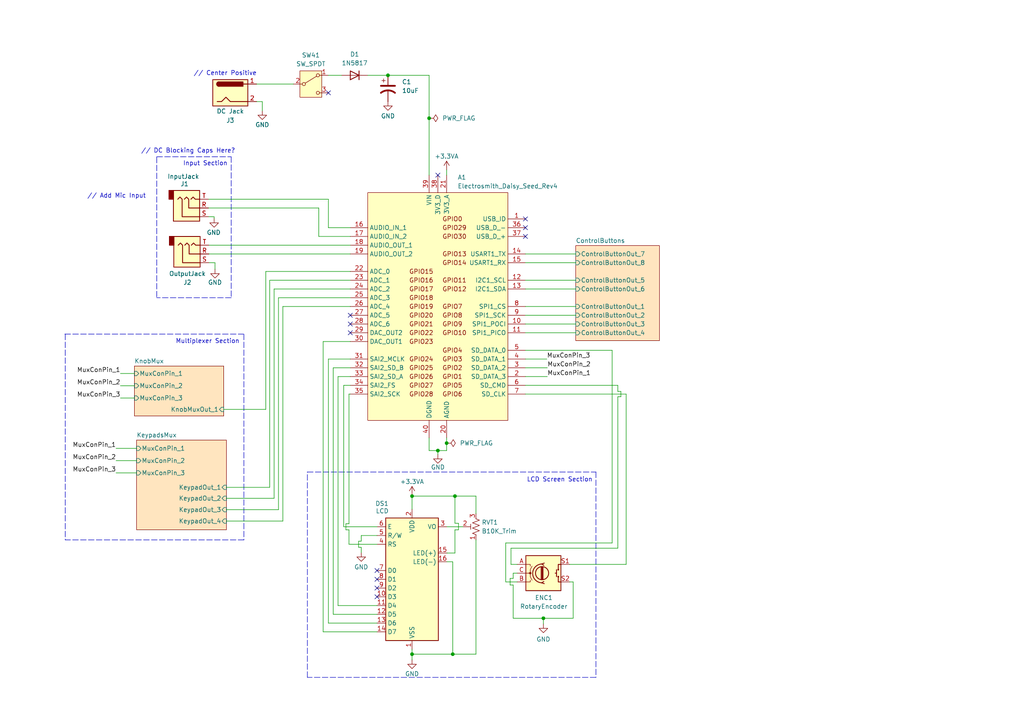
<source format=kicad_sch>
(kicad_sch (version 20230121) (generator eeschema)
  (paper "A4")
  (title_block (title "Sardinia") (date "2024-09-03") (company "Feni Design | Dominic Frugoli"))
  (lib_symbols
    (symbol "Connector:Barrel_Jack" (pin_names (offset 1.016))
      (property "Reference" "J" (at 0 5.334 0))
      (property "Value" "Barrel_Jack" (at 0 -5.08 0))
      (symbol "Barrel_Jack_0_1"
        (rectangle (start -5.08 3.81) (end 5.08 -3.81) (stroke (width 0.254)) (fill (type background)))
        (arc (start -3.302 3.175) (mid -3.9343 2.54) (end -3.302 1.905) (stroke (width 0.254)))
        (arc (start -3.302 3.175) (mid -3.9343 2.54) (end -3.302 1.905) (stroke (width 0.254)) (fill (type outline)))
        (polyline (pts (xy 5.08 2.54) (xy 3.81 2.54)) (stroke (width 0.254)))
        (polyline (pts (xy -3.81 -2.54) (xy -2.54 -2.54) (xy -1.27 -1.27) (xy 0 -2.54) (xy 2.54 -2.54) (xy 5.08 -2.54)) (stroke (width 0.254)))
        (rectangle (start 3.683 3.175) (end -3.302 1.905) (stroke (width 0.254)) (fill (type outline)))
      )
      (symbol "Barrel_Jack_1_1"
        (pin passive line (at 7.62 2.54 180) (length 2.54) (name "~") (number "1"))
        (pin passive line (at 7.62 -2.54 180) (length 2.54) (name "~") (number "2"))
      )
    )
    (symbol "Connector_Audio:AudioJack3"
      (property "Reference" "J" (at 0 8.89 0))
      (property "Value" "AudioJack3" (at 0 6.35 0))
      (symbol "AudioJack3_0_1"
        (rectangle (start -5.08 -5.08) (end -6.35 -2.54) (stroke (width 0.254)) (fill (type outline)))
        (polyline (pts (xy 0 -2.54) (xy 0.635 -3.175) (xy 1.27 -2.54) (xy 2.54 -2.54)) (stroke (width 0.254)))
        (polyline (pts (xy -1.905 -2.54) (xy -1.27 -3.175) (xy -0.635 -2.54) (xy -0.635 0) (xy 2.54 0)) (stroke (width 0.254)))
        (polyline (pts (xy 2.54 2.54) (xy -2.54 2.54) (xy -2.54 -2.54) (xy -3.175 -3.175) (xy -3.81 -2.54)) (stroke (width 0.254)))
        (rectangle (start 2.54 3.81) (end -5.08 -5.08) (stroke (width 0.254)) (fill (type background)))
      )
      (symbol "AudioJack3_1_1"
        (pin passive line (at 5.08 0 180) (length 2.54) (name "~") (number "R"))
        (pin passive line (at 5.08 2.54 180) (length 2.54) (name "~") (number "S"))
        (pin passive line (at 5.08 -2.54 180) (length 2.54) (name "~") (number "T"))
      )
    )
    (symbol "Device:C_Polarized_US" (pin_numbers hide) (pin_names (offset 0.254) hide)
      (property "Reference" "C" (at 0.635 2.54 0))
      (property "Value" "C_Polarized_US" (at 0.635 -2.54 0))
      (symbol "C_Polarized_US_0_1"
        (polyline (pts (xy -2.032 0.762) (xy 2.032 0.762)) (stroke (width 0.508)))
        (polyline (pts (xy -1.778 2.286) (xy -0.762 2.286)))
        (polyline (pts (xy -1.27 1.778) (xy -1.27 2.794)))
        (arc (start 2.032 -1.27) (mid 0 -0.5572) (end -2.032 -1.27) (stroke (width 0.508)))
      )
      (symbol "C_Polarized_US_1_1"
        (pin passive line (at 0 3.81 270) (length 2.794) (name "~") (number "1"))
        (pin passive line (at 0 -3.81 90) (length 3.302) (name "~") (number "2"))
      )
    )
    (symbol "Device:D" (pin_numbers hide) (pin_names (offset 1.016) hide)
      (property "Reference" "D" (at 0 2.54 0))
      (property "Value" "D" (at 0 -2.54 0))
      (symbol "D_0_1"
        (polyline (pts (xy -1.27 1.27) (xy -1.27 -1.27)) (stroke (width 0.254)))
        (polyline (pts (xy 1.27 0) (xy -1.27 0)))
        (polyline (pts (xy 1.27 1.27) (xy 1.27 -1.27) (xy -1.27 0) (xy 1.27 1.27)) (stroke (width 0.254)))
      )
      (symbol "D_1_1"
        (pin passive line (at -3.81 0 0) (length 2.54) (name "K") (number "1"))
        (pin passive line (at 3.81 0 180) (length 2.54) (name "A") (number "2"))
      )
    )
    (symbol "Device:R_Potentiometer_Trim_US" (pin_names (offset 1.016) hide)
      (property "Reference" "RV" (at -4.445 0 90))
      (property "Value" "R_Potentiometer_Trim_US" (at -2.54 0 90))
      (symbol "R_Potentiometer_Trim_US_0_1"
        (polyline (pts (xy 0 -2.286) (xy 0 -2.54)))
        (polyline (pts (xy 0 2.286) (xy 0 2.54)))
        (polyline (pts (xy 1.524 0.762) (xy 1.524 -0.762)))
        (polyline (pts (xy 2.54 0) (xy 1.524 0)))
        (polyline (pts (xy 0 -0.762) (xy 1.016 -1.143) (xy 0 -1.524) (xy -1.016 -1.905) (xy 0 -2.286)))
        (polyline (pts (xy 0 0.762) (xy 1.016 0.381) (xy 0 0) (xy -1.016 -0.381) (xy 0 -0.762)))
        (polyline (pts (xy 0 2.286) (xy 1.016 1.905) (xy 0 1.524) (xy -1.016 1.143) (xy 0 0.762)))
      )
      (symbol "R_Potentiometer_Trim_US_1_1"
        (pin passive line (at 0 3.81 270) (length 1.27) (name "1") (number "1"))
        (pin passive line (at 3.81 0 180) (length 1.27) (name "2") (number "2"))
        (pin passive line (at 0 -3.81 90) (length 1.27) (name "3") (number "3"))
      )
    )
    (symbol "Device:RotaryEncoder_Switch" (pin_names (offset 0.254) hide)
      (property "Reference" "SW" (at 0 6.604 0))
      (property "Value" "RotaryEncoder_Switch" (at 0 -6.604 0))
      (symbol "RotaryEncoder_Switch_0_1"
        (rectangle (start -5.08 5.08) (end 5.08 -5.08) (stroke (width 0.254)) (fill (type background)))
        (circle (center -3.81 0) (radius 0.254) (fill (type outline)))
        (circle (center -0.381 0) (radius 1.905) (stroke (width 0.254)))
        (arc (start -0.381 2.667) (mid -3.0988 -0.0635) (end -0.381 -2.794) (stroke (width 0.254)))
        (polyline (pts (xy -0.635 -1.778) (xy -0.635 1.778)) (stroke (width 0.254)))
        (polyline (pts (xy -0.381 -1.778) (xy -0.381 1.778)) (stroke (width 0.254)))
        (polyline (pts (xy -0.127 1.778) (xy -0.127 -1.778)) (stroke (width 0.254)))
        (polyline (pts (xy 3.81 0) (xy 3.429 0)) (stroke (width 0.254)))
        (polyline (pts (xy 3.81 1.016) (xy 3.81 -1.016)) (stroke (width 0.254)))
        (polyline (pts (xy -5.08 -2.54) (xy -3.81 -2.54) (xy -3.81 -2.032)))
        (polyline (pts (xy -5.08 2.54) (xy -3.81 2.54) (xy -3.81 2.032)))
        (polyline (pts (xy 0.254 -3.048) (xy -0.508 -2.794) (xy 0.127 -2.413)) (stroke (width 0.254)))
        (polyline (pts (xy 0.254 2.921) (xy -0.508 2.667) (xy 0.127 2.286)) (stroke (width 0.254)))
        (polyline (pts (xy 5.08 -2.54) (xy 4.318 -2.54) (xy 4.318 -1.016)) (stroke (width 0.254)))
        (polyline (pts (xy 5.08 2.54) (xy 4.318 2.54) (xy 4.318 1.016)) (stroke (width 0.254)))
        (polyline (pts (xy -5.08 0) (xy -3.81 0) (xy -3.81 -1.016) (xy -3.302 -2.032)))
        (polyline (pts (xy -4.318 0) (xy -3.81 0) (xy -3.81 1.016) (xy -3.302 2.032)))
        (circle (center 4.318 -1.016) (radius 0.127) (stroke (width 0.254)))
        (circle (center 4.318 1.016) (radius 0.127) (stroke (width 0.254)))
      )
      (symbol "RotaryEncoder_Switch_1_1"
        (pin passive line (at -7.62 2.54 0) (length 2.54) (name "A") (number "A"))
        (pin passive line (at -7.62 -2.54 0) (length 2.54) (name "B") (number "B"))
        (pin passive line (at -7.62 0 0) (length 2.54) (name "C") (number "C"))
        (pin passive line (at 7.62 2.54 180) (length 2.54) (name "S1") (number "S1"))
        (pin passive line (at 7.62 -2.54 180) (length 2.54) (name "S2") (number "S2"))
      )
    )
    (symbol "Display_Character:WC1602A"
      (property "Reference" "DS" (at -5.842 19.05 0))
      (property "Value" "WC1602A" (at 5.334 19.05 0))
      (symbol "WC1602A_1_1"
        (rectangle (start -7.62 17.78) (end 7.62 -17.78) (stroke (width 0.254)) (fill (type background)))
        (pin power_in line (at 0 -20.32 90) (length 2.54) (name "VSS") (number "1"))
        (pin input line (at -10.16 -5.08 0) (length 2.54) (name "D3") (number "10"))
        (pin input line (at -10.16 -7.62 0) (length 2.54) (name "D4") (number "11"))
        (pin input line (at -10.16 -10.16 0) (length 2.54) (name "D5") (number "12"))
        (pin input line (at -10.16 -12.7 0) (length 2.54) (name "D6") (number "13"))
        (pin input line (at -10.16 -15.24 0) (length 2.54) (name "D7") (number "14"))
        (pin power_in line (at 10.16 7.62 180) (length 2.54) (name "LED(+)") (number "15"))
        (pin power_in line (at 10.16 5.08 180) (length 2.54) (name "LED(-)") (number "16"))
        (pin power_in line (at 0 20.32 270) (length 2.54) (name "VDD") (number "2"))
        (pin input line (at 10.16 15.24 180) (length 2.54) (name "VO") (number "3"))
        (pin input line (at -10.16 10.16 0) (length 2.54) (name "RS") (number "4"))
        (pin input line (at -10.16 12.7 0) (length 2.54) (name "R/W") (number "5"))
        (pin input line (at -10.16 15.24 0) (length 2.54) (name "E") (number "6"))
        (pin input line (at -10.16 2.54 0) (length 2.54) (name "D0") (number "7"))
        (pin input line (at -10.16 0 0) (length 2.54) (name "D1") (number "8"))
        (pin input line (at -10.16 -2.54 0) (length 2.54) (name "D2") (number "9"))
      )
    )
    (symbol "MCU_Module:Electrosmith_Daisy_Seed_Rev4"
      (property "Reference" "A" (at -20.32 34.29 0))
      (property "Value" "Electrosmith_Daisy_Seed_Rev4" (at 33.02 34.29 0))
      (symbol "Electrosmith_Daisy_Seed_Rev4_0_0"
        (text "GPIO0" (at 1.27 25.4 0) (effects (font (size 1.27 1.27)) (justify left)))
        (text "GPIO1" (at 1.27 -20.32 0) (effects (font (size 1.27 1.27)) (justify left)))
        (text "GPIO10" (at 1.27 -7.62 0) (effects (font (size 1.27 1.27)) (justify left)))
        (text "GPIO11" (at 1.27 7.62 0) (effects (font (size 1.27 1.27)) (justify left)))
        (text "GPIO12" (at 1.27 5.08 0) (effects (font (size 1.27 1.27)) (justify left)))
        (text "GPIO13" (at 1.27 15.24 0) (effects (font (size 1.27 1.27)) (justify left)))
        (text "GPIO14" (at 1.27 12.7 0) (effects (font (size 1.27 1.27)) (justify left)))
        (text "GPIO15" (at -1.27 10.16 0) (effects (font (size 1.27 1.27)) (justify right)))
        (text "GPIO16" (at -1.27 7.62 0) (effects (font (size 1.27 1.27)) (justify right)))
        (text "GPIO17" (at -1.27 5.08 0) (effects (font (size 1.27 1.27)) (justify right)))
        (text "GPIO18" (at -1.27 2.54 0) (effects (font (size 1.27 1.27)) (justify right)))
        (text "GPIO19" (at -1.27 0 0) (effects (font (size 1.27 1.27)) (justify right)))
        (text "GPIO2" (at 1.27 -17.78 0) (effects (font (size 1.27 1.27)) (justify left)))
        (text "GPIO20" (at -1.27 -2.54 0) (effects (font (size 1.27 1.27)) (justify right)))
        (text "GPIO21" (at -1.27 -5.08 0) (effects (font (size 1.27 1.27)) (justify right)))
        (text "GPIO22" (at -1.27 -7.62 0) (effects (font (size 1.27 1.27)) (justify right)))
        (text "GPIO23" (at -1.27 -10.16 0) (effects (font (size 1.27 1.27)) (justify right)))
        (text "GPIO24" (at -1.27 -15.24 0) (effects (font (size 1.27 1.27)) (justify right)))
        (text "GPIO25" (at -1.27 -17.78 0) (effects (font (size 1.27 1.27)) (justify right)))
        (text "GPIO26" (at -1.27 -20.32 0) (effects (font (size 1.27 1.27)) (justify right)))
        (text "GPIO27" (at -1.27 -22.86 0) (effects (font (size 1.27 1.27)) (justify right)))
        (text "GPIO28" (at -1.27 -25.4 0) (effects (font (size 1.27 1.27)) (justify right)))
        (text "GPIO29" (at 1.27 22.86 0) (effects (font (size 1.27 1.27)) (justify left)))
        (text "GPIO3" (at 1.27 -15.24 0) (effects (font (size 1.27 1.27)) (justify left)))
        (text "GPIO30" (at 1.27 20.32 0) (effects (font (size 1.27 1.27)) (justify left)))
        (text "GPIO4" (at 1.27 -12.7 0) (effects (font (size 1.27 1.27)) (justify left)))
        (text "GPIO5" (at 1.27 -22.86 0) (effects (font (size 1.27 1.27)) (justify left)))
        (text "GPIO6" (at 1.27 -25.4 0) (effects (font (size 1.27 1.27)) (justify left)))
        (text "GPIO7" (at 1.27 0 0) (effects (font (size 1.27 1.27)) (justify left)))
        (text "GPIO8" (at 1.27 -2.54 0) (effects (font (size 1.27 1.27)) (justify left)))
        (text "GPIO9" (at 1.27 -5.08 0) (effects (font (size 1.27 1.27)) (justify left)))
        (pin bidirectional line (at 25.4 25.4 180) (length 5.08) (name "USB_ID") (number "1"))
        (pin bidirectional line (at 25.4 -5.08 180) (length 5.08) (name "SPI1_POCI") (number "10"))
        (pin bidirectional line (at 25.4 -7.62 180) (length 5.08) (name "SPI1_PICO") (number "11"))
        (pin bidirectional line (at 25.4 7.62 180) (length 5.08) (name "I2C1_SCL") (number "12"))
        (pin bidirectional line (at 25.4 5.08 180) (length 5.08) (name "I2C1_SDA") (number "13"))
        (pin bidirectional line (at 25.4 15.24 180) (length 5.08) (name "USART1_TX") (number "14"))
        (pin bidirectional line (at 25.4 12.7 180) (length 5.08) (name "USART1_RX") (number "15"))
        (pin input line (at -25.4 22.86 0) (length 5.08) (name "AUDIO_IN_1") (number "16"))
        (pin input line (at -25.4 20.32 0) (length 5.08) (name "AUDIO_IN_2") (number "17"))
        (pin output line (at -25.4 17.78 0) (length 5.08) (name "AUDIO_OUT_1") (number "18"))
        (pin output line (at -25.4 15.24 0) (length 5.08) (name "AUDIO_OUT_2") (number "19"))
        (pin bidirectional line (at 25.4 -20.32 180) (length 5.08) (name "SD_DATA_3") (number "2"))
        (pin power_in line (at 2.54 -38.1 90) (length 5.08) (name "AGND") (number "20"))
        (pin power_out line (at 2.54 38.1 270) (length 5.08) (name "3V3_A") (number "21"))
        (pin bidirectional line (at -25.4 10.16 0) (length 5.08) (name "ADC_0") (number "22"))
        (pin bidirectional line (at -25.4 7.62 0) (length 5.08) (name "ADC_1") (number "23"))
        (pin bidirectional line (at -25.4 5.08 0) (length 5.08) (name "ADC_2") (number "24"))
        (pin bidirectional line (at -25.4 2.54 0) (length 5.08) (name "ADC_3") (number "25"))
        (pin bidirectional line (at -25.4 0 0) (length 5.08) (name "ADC_4") (number "26"))
        (pin bidirectional line (at -25.4 -2.54 0) (length 5.08) (name "ADC_5") (number "27"))
        (pin bidirectional line (at -25.4 -5.08 0) (length 5.08) (name "ADC_6") (number "28"))
        (pin bidirectional line (at -25.4 -7.62 0) (length 5.08) (name "DAC_OUT2") (number "29"))
        (pin bidirectional line (at 25.4 -17.78 180) (length 5.08) (name "SD_DATA_2") (number "3"))
        (pin bidirectional line (at -25.4 -10.16 0) (length 5.08) (name "DAC_OUT1") (number "30"))
        (pin bidirectional line (at -25.4 -15.24 0) (length 5.08) (name "SAI2_MCLK") (number "31"))
        (pin bidirectional line (at -25.4 -17.78 0) (length 5.08) (name "SAI2_SD_B") (number "32"))
        (pin bidirectional line (at -25.4 -20.32 0) (length 5.08) (name "SAI2_SD_A") (number "33"))
        (pin bidirectional line (at -25.4 -22.86 0) (length 5.08) (name "SAI2_FS") (number "34"))
        (pin bidirectional line (at -25.4 -25.4 0) (length 5.08) (name "SAI2_SCK") (number "35"))
        (pin bidirectional line (at 25.4 22.86 180) (length 5.08) (name "USB_D_-") (number "36"))
        (pin bidirectional line (at 25.4 20.32 180) (length 5.08) (name "USB_D_+") (number "37"))
        (pin power_out line (at 0 38.1 270) (length 5.08) (name "3V3_D") (number "38"))
        (pin power_in line (at -2.54 38.1 270) (length 5.08) (name "VIN") (number "39"))
        (pin bidirectional line (at 25.4 -15.24 180) (length 5.08) (name "SD_DATA_1") (number "4"))
        (pin power_in line (at -2.54 -38.1 90) (length 5.08) (name "DGND") (number "40"))
        (pin bidirectional line (at 25.4 -12.7 180) (length 5.08) (name "SD_DATA_0") (number "5"))
        (pin bidirectional line (at 25.4 -22.86 180) (length 5.08) (name "SD_CMD") (number "6"))
        (pin bidirectional line (at 25.4 -25.4 180) (length 5.08) (name "SD_CLK") (number "7"))
        (pin bidirectional line (at 25.4 0 180) (length 5.08) (name "SPI1_CS") (number "8"))
        (pin bidirectional line (at 25.4 -2.54 180) (length 5.08) (name "SPI1_SCK") (number "9"))
      )
      (symbol "Electrosmith_Daisy_Seed_Rev4_0_1"
        (rectangle (start -20.32 33.02) (end 20.32 -33.02) (fill (type background)))
      )
    )
    (symbol "Switch:SW_SPDT" (pin_names (offset 0) hide)
      (property "Reference" "SW" (at 0 5.08 0))
      (property "Value" "SW_SPDT" (at 0 -5.08 0))
      (symbol "SW_SPDT_0_1"
        (circle (center -2.032 0) (radius 0.4572))
        (polyline (pts (xy -1.651 0.254) (xy 1.651 2.286)))
        (circle (center 2.032 -2.54) (radius 0.4572))
        (circle (center 2.032 2.54) (radius 0.4572))
      )
      (symbol "SW_SPDT_1_1"
        (rectangle (start -3.175 3.81) (end 3.175 -3.81) (fill (type background)))
        (pin passive line (at 5.08 2.54 180) (length 2.54) (name "A") (number "1"))
        (pin passive line (at -5.08 0 0) (length 2.54) (name "B") (number "2"))
        (pin passive line (at 5.08 -2.54 180) (length 2.54) (name "C") (number "3"))
      )
    )
    (symbol "power:+3.3VA" (power) (pin_names (offset 0))
      (property "Value" "+3.3VA" (at 0 3.556 0))
      (symbol "+3.3VA_0_1"
        (polyline (pts (xy -0.762 1.27) (xy 0 2.54)))
        (polyline (pts (xy 0 0) (xy 0 2.54)))
        (polyline (pts (xy 0 2.54) (xy 0.762 1.27)))
      )
      (symbol "+3.3VA_1_1"
        (pin power_in line (at 0 0 90) (length 0) hide (name "+3.3VA") (number "1"))
      )
    )
    (symbol "power:GND" (power) (pin_names (offset 0))
      (property "Value" "GND" (at 0 -3.81 0))
      (symbol "GND_0_1"
        (polyline (pts (xy 0 0) (xy 0 -1.27) (xy 1.27 -1.27) (xy 0 -2.54) (xy -1.27 -1.27) (xy 0 -1.27)))
      )
      (symbol "GND_1_1"
        (pin power_in line (at 0 0 270) (length 0) hide (name "GND") (number "1"))
      )
    )
    (symbol "power:PWR_FLAG" (power) (pin_numbers hide) (pin_names (offset 0) hide)
      (property "Value" "PWR_FLAG" (at 0 3.81 0))
      (symbol "PWR_FLAG_0_0"
        (pin power_out line (at 0 0 90) (length 0) (name "pwr") (number "1"))
      )
      (symbol "PWR_FLAG_0_1"
        (polyline (pts (xy 0 0) (xy 0 1.27) (xy -1.016 1.905) (xy 0 2.54) (xy 1.016 1.905) (xy 0 1.27)))
      )
    )
  )
  (junction (at 119.507 143.891))
  (junction (at 124.46 34.29))
  (junction (at 119.507 189.738))
  (junction (at 129.54 128.524))
  (junction (at 131.953 143.891))
  (junction (at 131.318 189.738))
  (junction (at 112.522 21.844))
  (junction (at 157.607 179.324))
  (junction (at 127 130.683))
  (no_connect (at 95.25 26.924))
  (no_connect (at 109.347 168.021))
  (no_connect (at 101.6 91.44))
  (no_connect (at 152.4 68.58))
  (no_connect (at 109.347 170.561))
  (no_connect (at 152.4 66.04))
  (no_connect (at 101.6 96.52))
  (no_connect (at 109.347 165.481))
  (no_connect (at 127 50.8))
  (no_connect (at 152.4 63.5))
  (no_connect (at 101.6 93.98))
  (no_connect (at 109.347 173.101))
  (wire (pts (xy 138.049 189.738) (xy 131.318 189.738)))
  (wire (pts (xy 109.347 178.181) (xy 96.647 178.181)))
  (wire (pts (xy 100.33 151.892) (xy 101.219 151.892)))
  (wire (pts (xy 119.507 143.891) (xy 131.953 143.891)))
  (polyline (pts (xy 45.466 45.466) (xy 67.056 45.466)) (stroke (width 0) (type dash)))
  (wire (pts (xy 76.073 29.464) (xy 74.422 29.464)))
  (wire (pts (xy 132.969 151.765) (xy 131.953 151.765)))
  (wire (pts (xy 124.46 127) (xy 124.46 130.683)))
  (wire (pts (xy 177.546 101.6) (xy 152.4 101.6)))
  (wire (pts (xy 124.46 130.683) (xy 127 130.683)))
  (wire (pts (xy 129.667 160.401) (xy 131.953 160.401)))
  (wire (pts (xy 34.925 115.443) (xy 38.989 115.443)))
  (wire (pts (xy 104.775 156.972) (xy 104.013 156.972)))
  (wire (pts (xy 104.013 158.75) (xy 104.775 158.75)))
  (wire (pts (xy 77.089 78.74) (xy 77.089 118.745)))
  (wire (pts (xy 82.042 88.9) (xy 82.042 151.13)))
  (wire (pts (xy 82.042 88.9) (xy 101.6 88.9)))
  (wire (pts (xy 65.659 147.828) (xy 80.772 147.828)))
  (wire (pts (xy 101.219 157.861) (xy 101.219 153.67)))
  (wire (pts (xy 179.197 113.538) (xy 180.086 113.538)))
  (polyline (pts (xy 89.154 136.906) (xy 172.847 136.906)) (stroke (width 0) (type dash)))
  (wire (pts (xy 152.4 83.82) (xy 167.005 83.82)))
  (wire (pts (xy 129.667 152.781) (xy 134.239 152.781)))
  (wire (pts (xy 152.4 106.68) (xy 158.75 106.68)))
  (wire (pts (xy 152.4 88.9) (xy 167.005 88.9)))
  (wire (pts (xy 181.61 163.703) (xy 181.61 114.3)))
  (wire (pts (xy 60.452 62.865) (xy 62.103 62.865)))
  (wire (pts (xy 65.659 141.351) (xy 78.232 141.351)))
  (polyline (pts (xy 172.847 196.469) (xy 89.154 196.469)) (stroke (width 0) (type dash)))
  (wire (pts (xy 92.456 60.325) (xy 60.452 60.325)))
  (wire (pts (xy 152.4 109.22) (xy 158.75 109.22)))
  (wire (pts (xy 148.844 167.767) (xy 147.955 167.767)))
  (wire (pts (xy 129.54 49.276) (xy 129.54 50.8)))
  (wire (pts (xy 101.219 151.892) (xy 101.219 114.3)))
  (wire (pts (xy 79.502 83.82) (xy 79.502 144.526)))
  (wire (pts (xy 101.6 71.12) (xy 60.579 71.12)))
  (wire (pts (xy 179.197 115.062) (xy 180.086 115.062)))
  (wire (pts (xy 152.4 96.52) (xy 167.005 96.52)))
  (polyline (pts (xy 70.739 96.901) (xy 70.739 156.591)) (stroke (width 0) (type dash)))
  (wire (pts (xy 98.044 109.22) (xy 101.6 109.22)))
  (wire (pts (xy 180.086 113.538) (xy 180.086 115.062)))
  (wire (pts (xy 152.4 76.2) (xy 167.005 76.2)))
  (wire (pts (xy 147.955 167.767) (xy 147.955 169.672)))
  (wire (pts (xy 92.456 68.58) (xy 92.456 60.325)))
  (wire (pts (xy 149.987 166.243) (xy 148.844 166.243)))
  (wire (pts (xy 98.044 175.641) (xy 98.044 109.22)))
  (wire (pts (xy 147.955 169.672) (xy 148.844 169.672)))
  (wire (pts (xy 101.6 68.58) (xy 92.456 68.58)))
  (wire (pts (xy 101.6 66.04) (xy 95.25 66.04)))
  (wire (pts (xy 99.695 152.781) (xy 99.695 111.76)))
  (polyline (pts (xy 70.739 156.591) (xy 18.923 156.591)) (stroke (width 0) (type dash)))
  (wire (pts (xy 96.647 106.68) (xy 101.6 106.68)))
  (wire (pts (xy 131.953 143.891) (xy 131.953 151.765)))
  (wire (pts (xy 148.844 169.672) (xy 148.844 179.324)))
  (wire (pts (xy 101.219 153.67) (xy 100.33 153.67)))
  (wire (pts (xy 152.4 104.14) (xy 158.623 104.14)))
  (wire (pts (xy 152.4 111.76) (xy 179.197 111.76)))
  (wire (pts (xy 129.54 128.524) (xy 129.54 130.683)))
  (wire (pts (xy 127 131.826) (xy 127 130.683)))
  (wire (pts (xy 78.232 81.28) (xy 101.6 81.28)))
  (wire (pts (xy 33.655 130.048) (xy 39.624 130.048)))
  (polyline (pts (xy 89.154 196.469) (xy 89.154 136.906)) (stroke (width 0) (type dash)))
  (wire (pts (xy 165.227 163.703) (xy 181.61 163.703)))
  (wire (pts (xy 109.347 183.261) (xy 93.726 183.261)))
  (wire (pts (xy 148.844 179.324) (xy 157.607 179.324)))
  (wire (pts (xy 95.25 104.14) (xy 101.6 104.14)))
  (wire (pts (xy 109.347 175.641) (xy 98.044 175.641)))
  (wire (pts (xy 64.897 118.745) (xy 77.089 118.745)))
  (wire (pts (xy 109.347 152.781) (xy 99.695 152.781)))
  (wire (pts (xy 132.969 153.67) (xy 132.969 151.765)))
  (wire (pts (xy 34.925 111.887) (xy 38.989 111.887)))
  (wire (pts (xy 166.243 179.324) (xy 166.243 168.783)))
  (polyline (pts (xy 18.796 96.901) (xy 70.612 96.901)) (stroke (width 0) (type dash)))
  (wire (pts (xy 131.318 189.738) (xy 119.507 189.738)))
  (wire (pts (xy 152.4 114.3) (xy 181.61 114.3)))
  (polyline (pts (xy 67.056 86.36) (xy 45.466 86.36)) (stroke (width 0) (type dash)))
  (polyline (pts (xy 67.056 45.466) (xy 67.056 86.36)) (stroke (width 0) (type dash)))
  (wire (pts (xy 152.4 81.28) (xy 167.005 81.28)))
  (wire (pts (xy 39.624 133.604) (xy 33.655 133.604)))
  (wire (pts (xy 119.507 143.891) (xy 119.507 147.701)))
  (wire (pts (xy 138.049 156.591) (xy 138.049 189.738)))
  (wire (pts (xy 148.209 163.703) (xy 148.209 159.004)))
  (wire (pts (xy 78.232 81.28) (xy 78.232 141.351)))
  (wire (pts (xy 148.209 159.004) (xy 179.197 159.004)))
  (wire (pts (xy 131.953 143.891) (xy 138.049 143.891)))
  (wire (pts (xy 34.925 108.331) (xy 38.989 108.331)))
  (wire (pts (xy 95.25 21.844) (xy 99.06 21.844)))
  (wire (pts (xy 39.624 137.16) (xy 33.655 137.16)))
  (wire (pts (xy 104.775 158.75) (xy 104.775 160.274)))
  (wire (pts (xy 65.659 151.13) (xy 82.042 151.13)))
  (wire (pts (xy 138.049 148.971) (xy 138.049 143.891)))
  (wire (pts (xy 101.219 114.3) (xy 101.6 114.3)))
  (wire (pts (xy 179.197 159.004) (xy 179.197 115.062)))
  (wire (pts (xy 124.46 21.844) (xy 124.46 34.29)))
  (wire (pts (xy 99.695 111.76) (xy 101.6 111.76)))
  (wire (pts (xy 60.579 73.66) (xy 101.6 73.66)))
  (wire (pts (xy 85.09 24.384) (xy 74.422 24.384)))
  (wire (pts (xy 100.33 153.67) (xy 100.33 151.892)))
  (wire (pts (xy 146.685 157.48) (xy 177.546 157.48)))
  (wire (pts (xy 131.953 160.401) (xy 131.953 153.67)))
  (wire (pts (xy 179.197 113.538) (xy 179.197 111.76)))
  (wire (pts (xy 76.073 29.464) (xy 76.073 32.131)))
  (wire (pts (xy 79.502 83.82) (xy 101.6 83.82)))
  (wire (pts (xy 152.4 93.98) (xy 167.005 93.98)))
  (wire (pts (xy 104.775 155.321) (xy 104.775 156.972)))
  (wire (pts (xy 93.726 183.261) (xy 93.726 99.06)))
  (wire (pts (xy 101.219 157.861) (xy 109.347 157.861)))
  (wire (pts (xy 95.25 66.04) (xy 95.25 57.785)))
  (polyline (pts (xy 45.466 45.466) (xy 45.466 45.593)))
  (wire (pts (xy 148.844 166.243) (xy 148.844 167.767)))
  (wire (pts (xy 129.667 162.941) (xy 131.318 162.941)))
  (wire (pts (xy 119.507 143.637) (xy 119.507 143.891)))
  (wire (pts (xy 106.68 21.844) (xy 112.522 21.844)))
  (wire (pts (xy 119.507 191.389) (xy 119.507 189.738)))
  (wire (pts (xy 104.013 156.972) (xy 104.013 158.75)))
  (wire (pts (xy 131.953 153.67) (xy 132.969 153.67)))
  (wire (pts (xy 146.685 168.783) (xy 146.685 157.48)))
  (wire (pts (xy 62.103 62.865) (xy 62.103 63.373)))
  (wire (pts (xy 152.4 73.66) (xy 167.005 73.66)))
  (wire (pts (xy 165.227 168.783) (xy 166.243 168.783)))
  (wire (pts (xy 60.579 76.2) (xy 62.357 76.2)))
  (wire (pts (xy 112.522 21.844) (xy 124.46 21.844)))
  (wire (pts (xy 157.607 179.324) (xy 157.607 180.975)))
  (wire (pts (xy 95.25 180.721) (xy 95.25 104.14)))
  (wire (pts (xy 77.089 78.74) (xy 101.6 78.74)))
  (wire (pts (xy 109.347 155.321) (xy 104.775 155.321)))
  (wire (pts (xy 80.772 86.36) (xy 80.772 147.828)))
  (wire (pts (xy 127 130.683) (xy 129.54 130.683)))
  (wire (pts (xy 149.987 168.783) (xy 146.685 168.783)))
  (wire (pts (xy 149.987 163.703) (xy 148.209 163.703)))
  (wire (pts (xy 93.726 99.06) (xy 101.6 99.06)))
  (wire (pts (xy 65.659 144.526) (xy 79.502 144.526)))
  (polyline (pts (xy 18.923 96.901) (xy 18.923 156.591)) (stroke (width 0) (type dash)))
  (wire (pts (xy 109.347 180.721) (xy 95.25 180.721)))
  (wire (pts (xy 62.357 76.2) (xy 62.357 78.105)))
  (wire (pts (xy 129.54 127) (xy 129.54 128.524)))
  (wire (pts (xy 95.25 57.785) (xy 60.452 57.785)))
  (wire (pts (xy 119.507 189.738) (xy 119.507 188.341)))
  (wire (pts (xy 177.546 157.48) (xy 177.546 101.6)))
  (wire (pts (xy 157.607 179.324) (xy 166.243 179.324)))
  (polyline (pts (xy 172.847 136.906) (xy 172.847 196.469)) (stroke (width 0) (type dash)))
  (wire (pts (xy 152.4 91.44) (xy 167.005 91.44)))
  (wire (pts (xy 131.318 162.941) (xy 131.318 189.738)))
  (wire (pts (xy 96.647 178.181) (xy 96.647 106.68)))
  (wire (pts (xy 80.772 86.36) (xy 101.6 86.36)))
  (polyline (pts (xy 45.466 45.593) (xy 45.466 86.36)) (stroke (width 0) (type dash)))
  (wire (pts (xy 124.46 34.29) (xy 124.46 50.8)))
  (text "// Center Positive" (at 56.134 22.098 0) (effects (font (size 1.27 1.27)) (justify left bottom)))
  (text "// Add Mic Input" (at 25.273 57.658 0) (effects (font (size 1.27 1.27)) (justify left bottom)))
  (text "LCD Screen Section\n" (at 152.781 139.954 0) (effects (font (size 1.27 1.27)) (justify left bottom)))
  (text "Input Section" (at 53.086 48.26 0) (effects (font (size 1.27 1.27)) (justify left bottom)))
  (text "// DC Blocking Caps Here?" (at 40.894 44.577 0) (effects (font (size 1.27 1.27)) (justify left bottom)))
  (text "Multiplexer Section" (at 50.927 99.822 0) (effects (font (size 1.27 1.27)) (justify left bottom)))
  (label "MuxConPin_3" (at 33.655 137.16 180))
  (label "MuxConPin_2" (at 158.75 106.68 0))
  (label "MuxConPin_1" (at 158.75 109.22 0))
  (label "MuxConPin_1" (at 34.925 108.331 180))
  (label "MuxConPin_2" (at 34.925 111.887 180))
  (label "MuxConPin_3" (at 158.623 104.14 0))
  (label "MuxConPin_1" (at 33.655 130.048 180))
  (label "MuxConPin_2" (at 33.655 133.604 180))
  (label "MuxConPin_3" (at 34.925 115.443 180))
  (symbol (lib_id "power:GND") (at 62.357 78.105 0) (unit 1)
    (property "Reference" "#PWR02" (effects hide))
    (property "Value" "GND" (at 62.357 81.915 0))
  )
  (symbol (lib_id "power:GND") (at 76.073 32.131 0) (unit 1)
    (property "Reference" "#PWR03" (effects hide))
    (property "Value" "GND" (at 76.073 36.195 0))
  )
  (symbol (lib_id "power:PWR_FLAG") (at 129.54 128.524 270) (unit 1)
    (property "Reference" "#FLG02" (effects hide))
    (property "Value" "PWR_FLAG" (at 133.35 128.524 90) (effects (justify left)))
  )
  (symbol (lib_id "power:GND") (at 157.607 180.975 0) (unit 1)
    (property "Reference" "#PWR010" (effects hide))
    (property "Value" "GND" (at 157.607 185.42 0))
  )
  (symbol (lib_id "power:GND") (at 62.103 63.373 0) (unit 1)
    (property "Reference" "#PWR01" (effects hide))
    (property "Value" "GND" (at 61.976 67.437 0))
  )
  (symbol (lib_id "Connector_Audio:AudioJack3") (at 55.499 73.66 0) (mirror x) (unit 1)
    (property "Reference" "J2" (at 54.356 81.915 0))
    (property "Value" "OutputJack" (at 54.356 79.375 0))
    (property "Footprint" "Connector_Audio:Jack_6.35mm_Neutrik_NMJ6HCD2_Horizontal" (effects hide))
  )
  (symbol (lib_id "power:+3.3VA") (at 129.54 49.276 0) (unit 1)
    (property "Reference" "#PWR09" (effects hide))
    (property "Value" "+3.3VA" (at 129.54 45.339 0))
  )
  (symbol (lib_id "power:GND") (at 127 131.826 0) (unit 1)
    (property "Reference" "#PWR08" (effects hide))
    (property "Value" "GND" (at 127 135.509 0))
  )
  (symbol (lib_id "Device:R_Potentiometer_Trim_US") (at 138.049 152.781 180) (unit 1)
    (property "Reference" "RVT1" (at 139.7 151.511 0) (effects (justify right)))
    (property "Value" "B10K_Trim" (at 139.7 154.051 0) (effects (justify right)))
    (property "Footprint" "Potentiometer_THT:Potentiometer_Runtron_RM-065_Vertical" (effects hide))
  )
  (symbol (lib_id "power:GND") (at 112.522 29.464 0) (unit 1)
    (property "Reference" "#PWR05" (effects hide))
    (property "Value" "GND" (at 112.522 33.655 0))
  )
  (symbol (lib_id "power:GND") (at 119.507 191.389 0) (unit 1)
    (property "Reference" "#PWR07" (effects hide))
    (property "Value" "GND" (at 119.507 195.453 0))
  )
  (symbol (lib_id "MCU_Module:Electrosmith_Daisy_Seed_Rev4") (at 127 88.9 0) (unit 1)
    (property "Reference" "A1" (at 132.715 51.435 0) (effects (justify left)))
    (property "Value" "Electrosmith_Daisy_Seed_Rev4" (at 132.715 53.975 0) (effects (justify left)))
    (property "Footprint" "Module:Electrosmith_Daisy_Seed" (effects hide))
    (property "Datasheet" "https://static1.squarespace.com/static/58d03fdc1b10e3bf442567b8/t/6227e6236f02fb68d1577146/1646781988478/Daisy_Seed_datasheet_v1.0.3.pdf" (effects hide))
  )
  (symbol (lib_id "power:+3.3VA") (at 119.507 143.637 0) (unit 1)
    (property "Reference" "#PWR06" (effects hide))
    (property "Value" "+3.3VA" (at 119.507 139.7 0))
  )
  (symbol (lib_id "Switch:SW_SPDT") (at 90.17 24.384 0) (unit 1)
    (property "Reference" "SW41" (at 90.17 16.002 0))
    (property "Value" "SW_SPDT" (at 90.17 18.542 0))
    (property "Footprint" "Connector_JST:JST_PH_B3B-PH-K_1x03_P2.00mm_Vertical" (effects hide))
  )
  (symbol (lib_id "Device:RotaryEncoder_Switch") (at 157.607 166.243 0) (unit 1)
    (property "Reference" "ENC1" (at 157.734 173.355 0))
    (property "Value" "RotaryEncoder" (at 157.734 175.895 0))
    (property "Footprint" "Rotary_Encoder:RotaryEncoder_Alps_EC11E-Switch_Vertical_H20mm" (effects hide))
  )
  (symbol (lib_id "Device:C_Polarized_US") (at 112.522 25.654 0) (unit 1)
    (property "Reference" "C1" (at 116.586 23.749 0) (effects (justify left)))
    (property "Value" "10uF" (at 116.586 26.289 0) (effects (justify left)))
    (property "Footprint" "Capacitor_THT:CP_Radial_D5.0mm_P2.50mm" (effects hide))
  )
  (symbol (lib_id "Display_Character:WC1602A") (at 119.507 168.021 0) (unit 1)
    (property "Reference" "DS1" (at 108.839 146.05 0) (effects (justify left)))
    (property "Value" "LCD" (at 108.966 148.209 0) (effects (justify left)))
    (property "Footprint" "Display:WC1602A" (effects hide))
    (property "Datasheet" "http://www.wincomlcd.com/pdf/WC1602A-SFYLYHTC06.pdf" (effects hide))
  )
  (symbol (lib_id "power:PWR_FLAG") (at 124.46 34.29 270) (unit 1)
    (property "Reference" "#FLG01" (effects hide))
    (property "Value" "PWR_FLAG" (at 128.27 34.29 90) (effects (justify left)))
  )
  (symbol (lib_id "Connector_Audio:AudioJack3") (at 55.372 60.325 0) (mirror x) (unit 1)
    (property "Reference" "J1" (at 54.737 53.34 0) (effects (justify right)))
    (property "Value" "InputJack" (at 57.785 51.181 0) (effects (justify right)))
    (property "Footprint" "Connector_Audio:Jack_6.35mm_Neutrik_NMJ6HCD2_Horizontal" (effects hide))
  )
  (symbol (lib_id "Connector:Barrel_Jack") (at 66.802 26.924 0) (unit 1)
    (property "Reference" "J3" (at 66.802 34.925 0))
    (property "Value" "DC Jack" (at 66.802 32.258 0))
    (property "Footprint" "Connector_BarrelJack:BarrelJack_Horizontal" (effects hide))
  )
  (symbol (lib_id "Device:D") (at 102.87 21.844 180) (unit 1)
    (property "Reference" "D1" (at 102.87 15.748 0))
    (property "Value" "1N5817" (at 102.87 18.288 0))
    (property "Footprint" "Diode_THT:D_DO-41_SOD81_P7.62mm_Horizontal" (effects hide))
    (property "Sim.Device" "D" (effects hide))
    (property "Sim.Pins" "1=K 2=A" (effects hide))
  )
  (symbol (lib_id "power:GND") (at 104.775 160.274 0) (mirror y) (unit 1)
    (property "Reference" "#PWR04" (effects hide))
    (property "Value" "GND" (at 104.775 164.465 0))
  )
  (sheet (at 38.989 106.172) (size 25.908 14.478) (stroke (width 0.1524)) (fill (color 255 229 191 1.0000))
    (property "Sheetname" "KnobMux" (at 38.989 105.4604 0) (effects (justify left bottom)))
    (property "Sheetfile" "knobmux.kicad_sch" (effects hide))
    (pin "KnobMuxOut_1" input (at 64.897 118.745 0))
    (pin "MuxConPin_3" input (at 38.989 115.443 180))
    (pin "MuxConPin_2" input (at 38.989 111.887 180))
    (pin "MuxConPin_1" input (at 38.989 108.331 180))
  )
  (sheet (at 167.005 71.247) (size 24.257 27.559) (stroke (width 0.1524)) (fill (color 255 229 191 1.0000))
    (property "Sheetname" "ControlButtons" (at 167.005 70.5354 0) (effects (justify left bottom)))
    (property "Sheetfile" "ControlButtons.kicad_sch" (effects hide))
    (pin "ControlButtonOut_7" input (at 167.005 73.66 180))
    (pin "ControlButtonOut_1" input (at 167.005 88.9 180))
    (pin "ControlButtonOut_2" input (at 167.005 91.44 180))
    (pin "ControlButtonOut_3" input (at 167.005 93.98 180))
    (pin "ControlButtonOut_8" input (at 167.005 76.2 180))
    (pin "ControlButtonOut_4" input (at 167.005 96.52 180))
    (pin "ControlButtonOut_6" input (at 167.005 83.82 180))
    (pin "ControlButtonOut_5" input (at 167.005 81.28 180))
  )
  (sheet (at 39.624 127.635) (size 26.035 26.035) (stroke (width 0.1524)) (fill (color 255 229 191 1.0000))
    (property "Sheetname" "KeypadsMux" (at 39.624 126.9234 0) (effects (justify left bottom)))
    (property "Sheetfile" "keypadsmux.kicad_sch" (effects hide))
    (pin "MuxConPin_1" input (at 39.624 130.048 180))
    (pin "MuxConPin_2" input (at 39.624 133.604 180))
    (pin "MuxConPin_3" input (at 39.624 137.16 180))
    (pin "KeypadOut_1" input (at 65.659 141.351 0))
    (pin "KeypadOut_3" input (at 65.659 147.828 0))
    (pin "KeypadOut_4" input (at 65.659 151.13 0))
    (pin "KeypadOut_2" input (at 65.659 144.526 0))
  )
)
</source>
